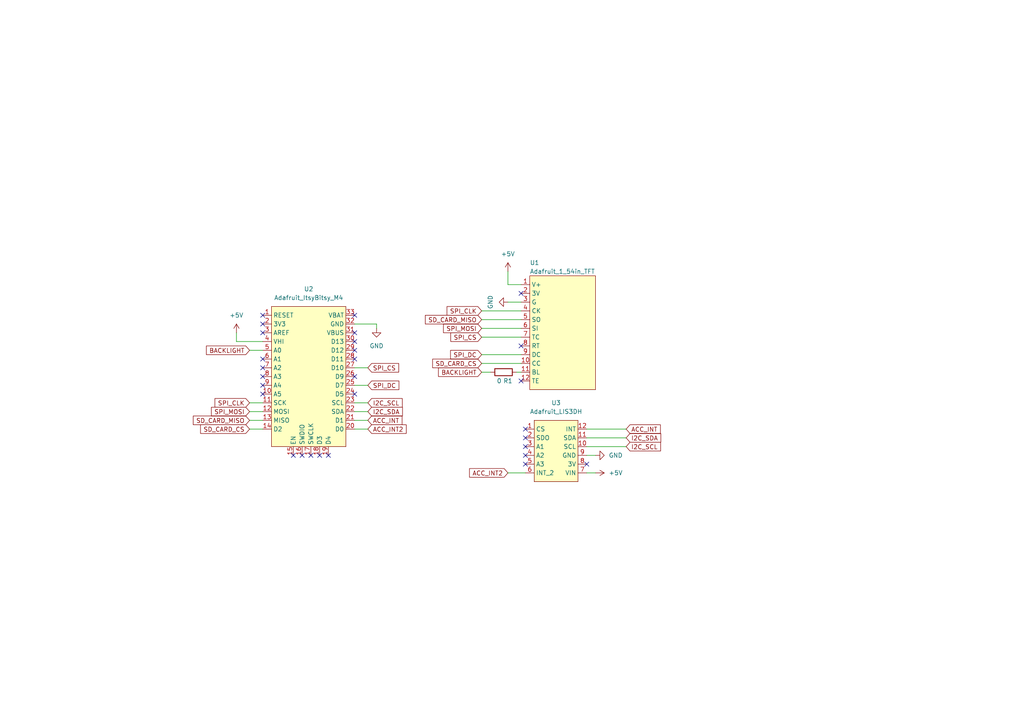
<source format=kicad_sch>
(kicad_sch (version 20211123) (generator eeschema)
  (paper "A4")
  (lib_symbols
    (symbol "Device:R" (pin_numbers hide) (pin_names (offset 0))
      (property "Reference" "R" (at 2.032 0 90))
      (property "Value" "R" (at 0 0 90))
      (symbol "R_0_1"
        (rectangle (start -1.016 -2.54) (end 1.016 2.54) (stroke (width 0.254)))
      )
      (symbol "R_1_1"
        (pin passive line (at 0 3.81 270) (length 1.27) (name "~") (number "1"))
        (pin passive line (at 0 -3.81 90) (length 1.27) (name "~") (number "2"))
      )
    )
    (symbol "Display_Graphic:Adafruit_1_54in_TFT"
      (property "Reference" "U1" (at 13.97 -20.3199 0))
      (property "Value" "Adafruit_1_54in_TFT" (at 13.97 -22.8599 0))
      (symbol "Adafruit_1_54in_TFT_0_1"
        (rectangle (start -6.35 -5.08) (end 12.7 -38.1) (fill (type background)))
      )
      (symbol "Adafruit_1_54in_TFT_1_1"
        (pin input line (at -8.89 -7.62 0) (length 2.54) (name "V+") (number "1"))
        (pin input line (at -8.89 -30.48 0) (length 2.54) (name "CC") (number "10"))
        (pin input line (at -8.89 -33.02 0) (length 2.54) (name "BL") (number "11"))
        (pin input line (at -8.89 -35.56 0) (length 2.54) (name "TE") (number "12"))
        (pin input line (at -8.89 -10.16 0) (length 2.54) (name "3V") (number "2"))
        (pin input line (at -8.89 -12.7 0) (length 2.54) (name "G") (number "3"))
        (pin input line (at -8.89 -15.24 0) (length 2.54) (name "CK") (number "4"))
        (pin input line (at -8.89 -17.78 0) (length 2.54) (name "SO") (number "5"))
        (pin input line (at -8.89 -20.32 0) (length 2.54) (name "SI") (number "6"))
        (pin input line (at -8.89 -22.86 0) (length 2.54) (name "TC") (number "7"))
        (pin input line (at -8.89 -25.4 0) (length 2.54) (name "RT") (number "8"))
        (pin input line (at -8.89 -27.94 0) (length 2.54) (name "DC") (number "9"))
      )
    )
    (symbol "MCU_Module:Adafruit_ItsyBitsy_M4"
      (property "Reference" "U2" (at 4.445 3.81 0))
      (property "Value" "Adafruit_ItsyBitsy_M4" (at 4.445 1.27 0))
      (symbol "Adafruit_ItsyBitsy_M4_0_1"
        (rectangle (start -6.35 -1.27) (end 15.24 -41.91) (fill (type background)))
      )
      (symbol "Adafruit_ItsyBitsy_M4_1_1"
        (pin input line (at -8.89 -3.81 0) (length 2.54) (name "RESET") (number "1"))
        (pin input line (at -8.89 -26.67 0) (length 2.54) (name "A5") (number "10"))
        (pin input line (at -8.89 -29.21 0) (length 2.54) (name "SCK") (number "11"))
        (pin input line (at -8.89 -31.75 0) (length 2.54) (name "MOSI") (number "12"))
        (pin input line (at -8.89 -34.29 0) (length 2.54) (name "MISO") (number "13"))
        (pin input line (at -8.89 -36.83 0) (length 2.54) (name "D2") (number "14"))
        (pin input line (at 0 -44.45 90) (length 2.54) (name "EN") (number "15"))
        (pin input line (at 2.54 -44.45 90) (length 2.54) (name "SWDIO") (number "16"))
        (pin input line (at 5.08 -44.45 90) (length 2.54) (name "SWCLK") (number "17"))
        (pin input line (at 7.62 -44.45 90) (length 2.54) (name "D3") (number "18"))
        (pin input line (at 10.16 -44.45 90) (length 2.54) (name "D4") (number "19"))
        (pin input line (at -8.89 -6.35 0) (length 2.54) (name "3V3") (number "2"))
        (pin input line (at 17.78 -36.83 180) (length 2.54) (name "D0") (number "20"))
        (pin input line (at 17.78 -34.29 180) (length 2.54) (name "D1") (number "21"))
        (pin input line (at 17.78 -31.75 180) (length 2.54) (name "SDA") (number "22"))
        (pin input line (at 17.78 -29.21 180) (length 2.54) (name "SCL") (number "23"))
        (pin input line (at 17.78 -26.67 180) (length 2.54) (name "D5") (number "24"))
        (pin input line (at 17.78 -24.13 180) (length 2.54) (name "D7") (number "25"))
        (pin input line (at 17.78 -21.59 180) (length 2.54) (name "D9") (number "26"))
        (pin input line (at 17.78 -19.05 180) (length 2.54) (name "D10") (number "27"))
        (pin input line (at 17.78 -16.51 180) (length 2.54) (name "D11") (number "28"))
        (pin input line (at 17.78 -13.97 180) (length 2.54) (name "D12") (number "29"))
        (pin input line (at -8.89 -8.89 0) (length 2.54) (name "AREF") (number "3"))
        (pin input line (at 17.78 -11.43 180) (length 2.54) (name "D13") (number "30"))
        (pin input line (at 17.78 -8.89 180) (length 2.54) (name "VBUS") (number "31"))
        (pin input line (at 17.78 -6.35 180) (length 2.54) (name "GND") (number "32"))
        (pin input line (at 17.78 -3.81 180) (length 2.54) (name "VBAT") (number "33"))
        (pin input line (at -8.89 -11.43 0) (length 2.54) (name "VHI") (number "4"))
        (pin input line (at -8.89 -13.97 0) (length 2.54) (name "A0") (number "5"))
        (pin input line (at -8.89 -16.51 0) (length 2.54) (name "A1") (number "6"))
        (pin input line (at -8.89 -19.05 0) (length 2.54) (name "A2") (number "7"))
        (pin input line (at -8.89 -21.59 0) (length 2.54) (name "A3") (number "8"))
        (pin input line (at -8.89 -24.13 0) (length 2.54) (name "A4") (number "9"))
      )
    )
    (symbol "Sensor_Motion:Adafruit_LIS3DH"
      (property "Reference" "U3" (at 0 8.89 0))
      (property "Value" "Adafruit_LIS3DH" (at 0 6.35 0))
      (symbol "Adafruit_LIS3DH_0_1"
        (rectangle (start -6.35 3.81) (end 6.35 -13.97) (fill (type background)))
      )
      (symbol "Adafruit_LIS3DH_1_1"
        (pin input line (at -8.89 1.27 0) (length 2.54) (name "CS") (number "1"))
        (pin input line (at 8.89 -3.81 180) (length 2.54) (name "SCL") (number "10"))
        (pin input line (at 8.89 -1.27 180) (length 2.54) (name "SDA") (number "11"))
        (pin input line (at 8.89 1.27 180) (length 2.54) (name "INT") (number "12"))
        (pin input line (at -8.89 -1.27 0) (length 2.54) (name "SDO") (number "2"))
        (pin input line (at -8.89 -3.81 0) (length 2.54) (name "A1") (number "3"))
        (pin input line (at -8.89 -6.35 0) (length 2.54) (name "A2") (number "4"))
        (pin input line (at -8.89 -8.89 0) (length 2.54) (name "A3") (number "5"))
        (pin input line (at -8.89 -11.43 0) (length 2.54) (name "INT_2") (number "6"))
        (pin input line (at 8.89 -11.43 180) (length 2.54) (name "VIN") (number "7"))
        (pin input line (at 8.89 -8.89 180) (length 2.54) (name "3V") (number "8"))
        (pin input line (at 8.89 -6.35 180) (length 2.54) (name "GND") (number "9"))
      )
    )
    (symbol "power:+5V" (power) (pin_names (offset 0))
      (property "Value" "+5V" (at 0 3.556 0))
      (symbol "+5V_0_1"
        (polyline (pts (xy -0.762 1.27) (xy 0 2.54)))
        (polyline (pts (xy 0 0) (xy 0 2.54)))
        (polyline (pts (xy 0 2.54) (xy 0.762 1.27)))
      )
      (symbol "+5V_1_1"
        (pin power_in line (at 0 0 90) (length 0) hide (name "+5V") (number "1"))
      )
    )
    (symbol "power:GND" (power) (pin_names (offset 0))
      (property "Value" "GND" (at 0 -3.81 0))
      (symbol "GND_0_1"
        (polyline (pts (xy 0 0) (xy 0 -1.27) (xy 1.27 -1.27) (xy 0 -2.54) (xy -1.27 -1.27) (xy 0 -1.27)))
      )
      (symbol "GND_1_1"
        (pin power_in line (at 0 0 270) (length 0) hide (name "GND") (number "1"))
      )
    )
  )
  (no_connect (at 151.13 110.49))
  (no_connect (at 151.13 100.33))
  (no_connect (at 151.13 85.09))
  (no_connect (at 170.18 134.62))
  (no_connect (at 152.4 124.46))
  (no_connect (at 152.4 127))
  (no_connect (at 152.4 132.08))
  (no_connect (at 152.4 134.62))
  (no_connect (at 85.09 132.08))
  (no_connect (at 95.25 132.08))
  (no_connect (at 92.71 132.08))
  (no_connect (at 90.17 132.08))
  (no_connect (at 87.63 132.08))
  (no_connect (at 152.4 129.54))
  (no_connect (at 102.87 91.44))
  (no_connect (at 102.87 99.06))
  (no_connect (at 102.87 96.52))
  (no_connect (at 102.87 104.14))
  (no_connect (at 102.87 101.6))
  (no_connect (at 102.87 109.22))
  (no_connect (at 102.87 114.3))
  (no_connect (at 76.2 104.14))
  (no_connect (at 76.2 106.68))
  (no_connect (at 76.2 109.22))
  (no_connect (at 76.2 111.76))
  (no_connect (at 76.2 114.3))
  (no_connect (at 76.2 91.44))
  (no_connect (at 76.2 93.98))
  (no_connect (at 76.2 96.52))
  (wire (pts (xy 72.39 101.6) (xy 76.2 101.6)))
  (wire (pts (xy 102.87 116.84) (xy 106.68 116.84)))
  (wire (pts (xy 170.18 124.46) (xy 181.61 124.46)))
  (wire (pts (xy 170.18 127) (xy 181.61 127)))
  (wire (pts (xy 68.58 96.52) (xy 68.58 99.06)))
  (wire (pts (xy 170.18 137.16) (xy 172.72 137.16)))
  (wire (pts (xy 139.7 102.87) (xy 151.13 102.87)))
  (wire (pts (xy 72.39 116.84) (xy 76.2 116.84)))
  (wire (pts (xy 139.7 92.71) (xy 151.13 92.71)))
  (wire (pts (xy 147.32 87.63) (xy 151.13 87.63)))
  (wire (pts (xy 102.87 124.46) (xy 106.68 124.46)))
  (wire (pts (xy 170.18 132.08) (xy 172.72 132.08)))
  (wire (pts (xy 102.87 119.38) (xy 106.68 119.38)))
  (wire (pts (xy 147.32 137.16) (xy 152.4 137.16)))
  (wire (pts (xy 139.7 90.17) (xy 151.13 90.17)))
  (wire (pts (xy 139.7 97.79) (xy 151.13 97.79)))
  (wire (pts (xy 72.39 121.92) (xy 76.2 121.92)))
  (wire (pts (xy 149.86 107.95) (xy 151.13 107.95)))
  (wire (pts (xy 68.58 99.06) (xy 76.2 99.06)))
  (wire (pts (xy 102.87 106.68) (xy 106.68 106.68)))
  (wire (pts (xy 139.7 95.25) (xy 151.13 95.25)))
  (wire (pts (xy 109.22 93.98) (xy 109.22 95.25)))
  (wire (pts (xy 102.87 121.92) (xy 106.68 121.92)))
  (wire (pts (xy 139.7 107.95) (xy 142.24 107.95)))
  (wire (pts (xy 102.87 93.98) (xy 109.22 93.98)))
  (wire (pts (xy 72.39 119.38) (xy 76.2 119.38)))
  (wire (pts (xy 139.7 105.41) (xy 151.13 105.41)))
  (wire (pts (xy 72.39 124.46) (xy 76.2 124.46)))
  (wire (pts (xy 102.87 111.76) (xy 106.68 111.76)))
  (wire (pts (xy 170.18 129.54) (xy 181.61 129.54)))
  (wire (pts (xy 147.32 82.55) (xy 151.13 82.55)))
  (wire (pts (xy 147.32 78.74) (xy 147.32 82.55)))
  (global_label "SPI_MOSI" (shape input) (at 72.39 119.38 180) (property "Intersheet References" "${INTERSHEET_REFS}" (effects hide)))
  (global_label "I2C_SDA" (shape input) (at 106.68 119.38 0) (property "Intersheet References" "${INTERSHEET_REFS}" (effects hide)))
  (global_label "ACC_INT" (shape input) (at 106.68 121.92 0) (property "Intersheet References" "${INTERSHEET_REFS}" (effects hide)))
  (global_label "SD_CARD_CS" (shape input) (at 139.7 105.41 180) (property "Intersheet References" "${INTERSHEET_REFS}" (effects hide)))
  (global_label "BACKLIGHT" (shape input) (at 72.39 101.6 180) (property "Intersheet References" "${INTERSHEET_REFS}" (effects hide)))
  (global_label "SPI_DC" (shape input) (at 106.68 111.76 0) (property "Intersheet References" "${INTERSHEET_REFS}" (effects hide)))
  (global_label "I2C_SCL" (shape input) (at 106.68 116.84 0) (property "Intersheet References" "${INTERSHEET_REFS}" (effects hide)))
  (global_label "ACC_INT" (shape input) (at 181.61 124.46 0) (property "Intersheet References" "${INTERSHEET_REFS}" (effects hide)))
  (global_label "I2C_SDA" (shape input) (at 181.61 127 0) (property "Intersheet References" "${INTERSHEET_REFS}" (effects hide)))
  (global_label "SD_CARD_CS" (shape input) (at 72.39 124.46 180) (property "Intersheet References" "${INTERSHEET_REFS}" (effects hide)))
  (global_label "SPI_CLK" (shape input) (at 139.7 90.17 180) (property "Intersheet References" "${INTERSHEET_REFS}" (effects hide)))
  (global_label "SD_CARD_MISO" (shape input) (at 139.7 92.71 180) (property "Intersheet References" "${INTERSHEET_REFS}" (effects hide)))
  (global_label "I2C_SCL" (shape input) (at 181.61 129.54 0) (property "Intersheet References" "${INTERSHEET_REFS}" (effects hide)))
  (global_label "SPI_MOSI" (shape input) (at 139.7 95.25 180) (property "Intersheet References" "${INTERSHEET_REFS}" (effects hide)))
  (global_label "ACC_INT2" (shape input) (at 147.32 137.16 180) (property "Intersheet References" "${INTERSHEET_REFS}" (effects hide)))
  (global_label "SD_CARD_MISO" (shape input) (at 72.39 121.92 180) (property "Intersheet References" "${INTERSHEET_REFS}" (effects hide)))
  (global_label "ACC_INT2" (shape input) (at 106.68 124.46 0) (property "Intersheet References" "${INTERSHEET_REFS}" (effects hide)))
  (global_label "SPI_CS" (shape input) (at 139.7 97.79 180) (property "Intersheet References" "${INTERSHEET_REFS}" (effects hide)))
  (global_label "BACKLIGHT" (shape input) (at 139.7 107.95 180) (property "Intersheet References" "${INTERSHEET_REFS}" (effects hide)))
  (global_label "SPI_CS" (shape input) (at 106.68 106.68 0) (property "Intersheet References" "${INTERSHEET_REFS}" (effects hide)))
  (global_label "SPI_DC" (shape input) (at 139.7 102.87 180) (property "Intersheet References" "${INTERSHEET_REFS}" (effects hide)))
  (global_label "SPI_CLK" (shape input) (at 72.39 116.84 180) (property "Intersheet References" "${INTERSHEET_REFS}" (effects hide)))
  (symbol (lib_id "MCU_Module:Adafruit_ItsyBitsy_M4") (at 85.09 87.63 0) (unit 1)
    (property "Reference" "U2" (at 89.535 83.82 0))
    (property "Value" "Adafruit_ItsyBitsy_M4" (at 89.535 86.36 0))
    (property "Footprint" "Module:Adafruit_ItsyBitsy_M4" (effects hide))
  )
  (symbol (lib_id "power:+5V") (at 68.58 96.52 0) (unit 1)
    (property "Reference" "#PWR04" (effects hide))
    (property "Value" "+5V" (at 68.58 91.44 0))
  )
  (symbol (lib_id "power:+5V") (at 172.72 137.16 270) (unit 1)
    (property "Reference" "#PWR06" (effects hide))
    (property "Value" "+5V" (at 176.53 137.1599 90) (effects (justify left)))
  )
  (symbol (lib_id "Sensor_Motion:Adafruit_LIS3DH") (at 161.29 125.73 0) (unit 1)
    (property "Reference" "U3" (at 161.29 116.84 0))
    (property "Value" "Adafruit_LIS3DH" (at 161.29 119.38 0))
    (property "Footprint" "Sensor_Motion:Adafruit_LIS3DH" (effects hide))
  )
  (symbol (lib_id "power:GND") (at 147.32 87.63 270) (unit 1)
    (property "Reference" "#PWR02" (effects hide))
    (property "Value" "GND" (at 142.24 87.63 0))
  )
  (symbol (lib_id "power:+5V") (at 147.32 78.74 0) (unit 1)
    (property "Reference" "#PWR01" (effects hide))
    (property "Value" "+5V" (at 147.32 73.66 0))
  )
  (symbol (lib_id "Display_Graphic:Adafruit_1_54in_TFT") (at 160.02 74.93 0) (unit 1)
    (property "Reference" "U1" (at 153.67 76.2 0) (effects (justify left)))
    (property "Value" "Adafruit_1_54in_TFT" (at 153.67 78.74 0) (effects (justify left)))
    (property "Footprint" "Display:Adafruit_2_54in_TFT_Display" (effects hide))
  )
  (symbol (lib_id "power:GND") (at 172.72 132.08 90) (unit 1)
    (property "Reference" "#PWR05" (effects hide))
    (property "Value" "GND" (at 176.53 132.0799 90) (effects (justify right)))
  )
  (symbol (lib_id "Device:R") (at 146.05 107.95 90) (unit 1)
    (property "Reference" "R1" (at 147.32 110.49 90))
    (property "Value" "0" (at 144.78 110.49 90))
    (property "Footprint" "Resistor_SMD:R_0603_1608Metric_Pad0.98x0.95mm_HandSolder" (effects hide))
  )
  (symbol (lib_id "power:GND") (at 109.22 95.25 0) (unit 1)
    (property "Reference" "#PWR03" (effects hide))
    (property "Value" "GND" (at 109.22 100.33 0))
  )
)
</source>
